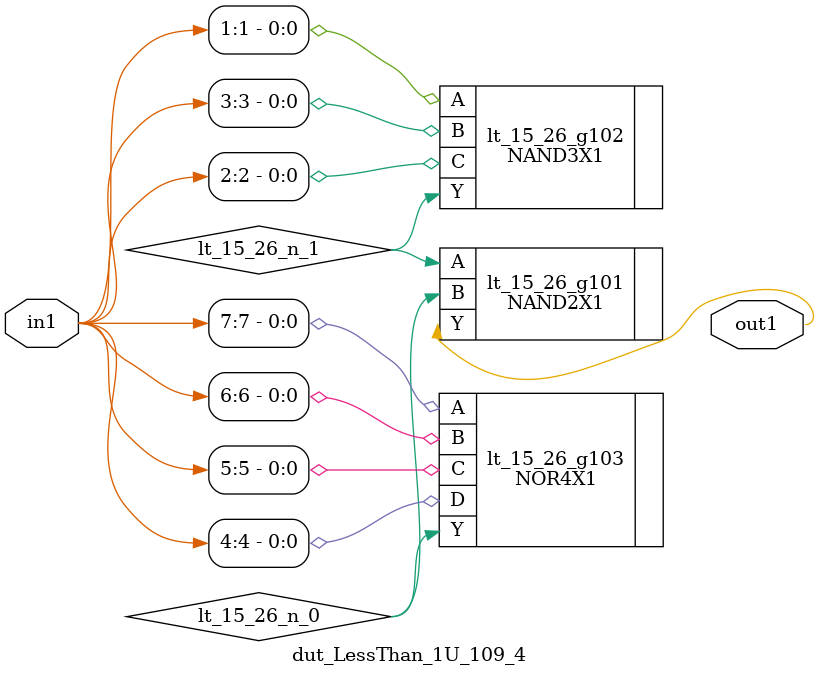
<source format=v>
`timescale 1ps / 1ps


module dut_LessThan_1U_109_4(in1, out1);
  input [7:0] in1;
  output out1;
  wire [7:0] in1;
  wire out1;
  wire lt_15_26_n_0, lt_15_26_n_1;
  NAND2X1 lt_15_26_g101(.A (lt_15_26_n_1), .B (lt_15_26_n_0), .Y
       (out1));
  NAND3X1 lt_15_26_g102(.A (in1[1]), .B (in1[3]), .C (in1[2]), .Y
       (lt_15_26_n_1));
  NOR4X1 lt_15_26_g103(.A (in1[7]), .B (in1[6]), .C (in1[5]), .D
       (in1[4]), .Y (lt_15_26_n_0));
endmodule



</source>
